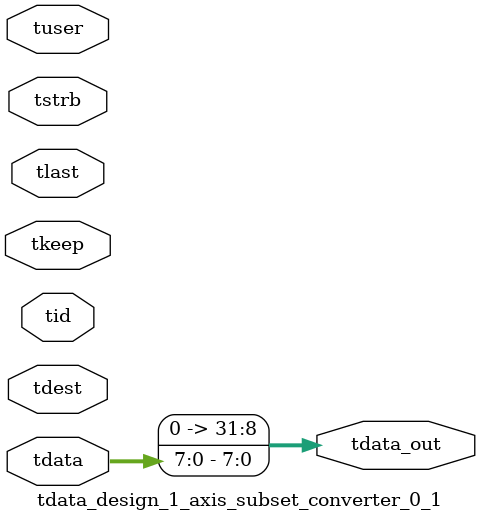
<source format=v>


`timescale 1ps/1ps

module tdata_design_1_axis_subset_converter_0_1 #
(
parameter C_S_AXIS_TDATA_WIDTH = 32,
parameter C_S_AXIS_TUSER_WIDTH = 0,
parameter C_S_AXIS_TID_WIDTH   = 0,
parameter C_S_AXIS_TDEST_WIDTH = 0,
parameter C_M_AXIS_TDATA_WIDTH = 32
)
(
input  [(C_S_AXIS_TDATA_WIDTH == 0 ? 1 : C_S_AXIS_TDATA_WIDTH)-1:0     ] tdata,
input  [(C_S_AXIS_TUSER_WIDTH == 0 ? 1 : C_S_AXIS_TUSER_WIDTH)-1:0     ] tuser,
input  [(C_S_AXIS_TID_WIDTH   == 0 ? 1 : C_S_AXIS_TID_WIDTH)-1:0       ] tid,
input  [(C_S_AXIS_TDEST_WIDTH == 0 ? 1 : C_S_AXIS_TDEST_WIDTH)-1:0     ] tdest,
input  [(C_S_AXIS_TDATA_WIDTH/8)-1:0 ] tkeep,
input  [(C_S_AXIS_TDATA_WIDTH/8)-1:0 ] tstrb,
input                                                                    tlast,
output [C_M_AXIS_TDATA_WIDTH-1:0] tdata_out
);

assign tdata_out = {tdata[7:0]};

endmodule


</source>
